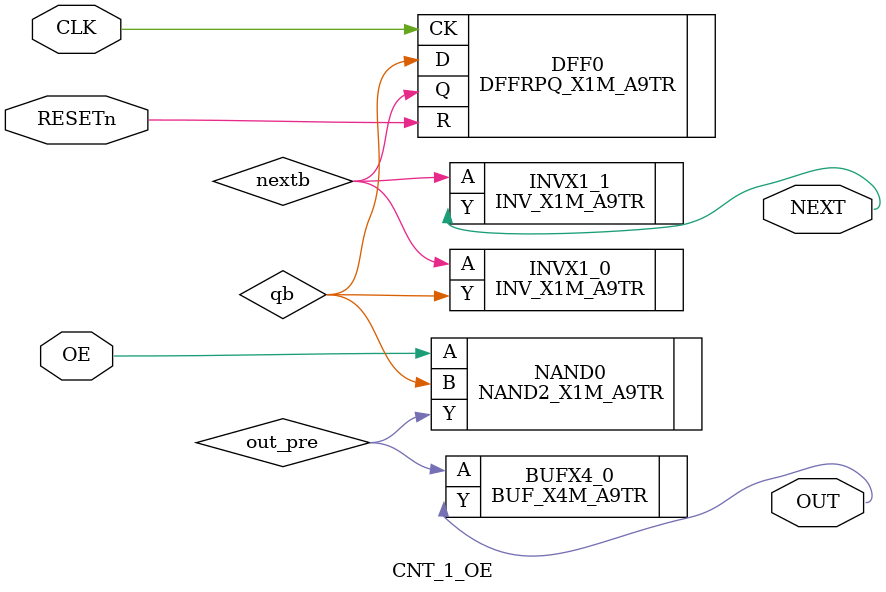
<source format=v>
module CDCW_CNT (TICK_TOTAL, TICK_RISE, TICK_FALL, RESETn, OE, OUT_TOTAL, OUT_RISE, OUT_FALL);

	input	TICK_TOTAL, TICK_RISE, TICK_FALL, RESETn, OE;
	output	[23:0]	OUT_TOTAL, OUT_RISE, OUT_FALL;

	CNT_24_OE CNT_TOTAL (.CLK(TICK_TOTAL), .OE(OE), .RESETn(RESETn), .OUT(OUT_TOTAL));
	CNT_24_OE CNT_RISE  (.CLK(TICK_RISE),  .OE(OE), .RESETn(RESETn), .OUT(OUT_RISE));
	CNT_24_OE CNT_FALL  (.CLK(TICK_FALL),  .OE(OE), .RESETn(RESETn), .OUT(OUT_FALL));
endmodule 

module CNT_24_OE (CLK, OE, RESETn, OUT);
	
	input	CLK, OE, RESETn;
	output [23:0] OUT;

	wire next_0, next_1, next_2, next_3, next_4, next_5;

	CNT_4_OE CNT_4_0 (.CLK(CLK), .OE(OE), .RESETn(RESETn), .NEXT(next_0), .OUT(OUT[3:0]));
	CNT_4_OE CNT_4_1 (.CLK(next_0), .OE(OE), .RESETn(RESETn), .NEXT(next_1), .OUT(OUT[7:4]));
	CNT_4_OE CNT_4_2 (.CLK(next_1), .OE(OE), .RESETn(RESETn), .NEXT(next_2), .OUT(OUT[11:8]));
	CNT_4_OE CNT_4_3 (.CLK(next_2), .OE(OE), .RESETn(RESETn), .NEXT(next_3), .OUT(OUT[15:12]));
	CNT_4_OE CNT_4_4 (.CLK(next_3), .OE(OE), .RESETn(RESETn), .NEXT(next_4), .OUT(OUT[19:16]));
	CNT_4_OE CNT_4_5 (.CLK(next_4), .OE(OE), .RESETn(RESETn), .NEXT(next_5), .OUT(OUT[23:20]));
endmodule

module CNT_4_OE (CLK, OE, RESETn, NEXT, OUT);

	input	CLK, OE, RESETn;
	output 	NEXT;
	output [3:0] OUT;

	wire next_0, next_1, next_2;

	CNT_1_OE CNT_1_0 (.CLK(CLK),    .OE(OE), .RESETn(RESETn), .NEXT(next_0), .OUT(OUT[0]));
	CNT_1_OE CNT_1_1 (.CLK(next_0), .OE(OE), .RESETn(RESETn), .NEXT(next_1), .OUT(OUT[1]));
	CNT_1_OE CNT_1_2 (.CLK(next_1), .OE(OE), .RESETn(RESETn), .NEXT(next_2), .OUT(OUT[2]));
	CNT_1_OE CNT_1_3 (.CLK(next_2), .OE(OE), .RESETn(RESETn), .NEXT(NEXT),   .OUT(OUT[3]));
endmodule

module CNT_1_OE (CLK, OE, RESETn, NEXT, OUT);

	input 	CLK, OE, RESETn;
	output	NEXT, OUT;
	
	wire qb, out_pre, nextb;
	
DFFRPQ_X1M_A9TR DFF0 (.Q(nextb), .D(qb), .CK(CLK), .R(RESETn));
INV_X1M_A9TR INVX1_0 (.Y(qb), .A(nextb));
INV_X1M_A9TR INVX1_1 (.Y(NEXT), .A(nextb));
NAND2_X1M_A9TR NAND0 (.Y(out_pre), .A(OE), .B(qb));
BUF_X4M_A9TR BUFX4_0 (.Y(OUT), .A(out_pre));
endmodule



</source>
